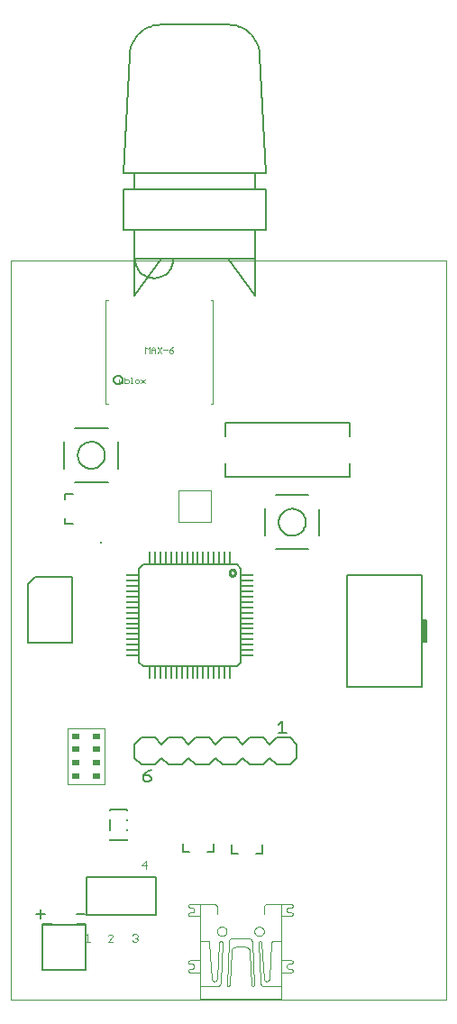
<source format=gto>
G75*
G70*
%OFA0B0*%
%FSLAX24Y24*%
%IPPOS*%
%LPD*%
%AMOC8*
5,1,8,0,0,1.08239X$1,22.5*
%
%ADD10C,0.0000*%
%ADD11C,0.0050*%
%ADD12R,0.0315X0.0197*%
%ADD13C,0.0020*%
%ADD14C,0.0039*%
%ADD15C,0.0020*%
%ADD16C,0.0080*%
%ADD17C,0.0100*%
%ADD18R,0.0079X0.0472*%
%ADD19R,0.0472X0.0079*%
%ADD20C,0.0040*%
%ADD21C,0.0060*%
%ADD22C,0.0005*%
%ADD23R,0.0098X0.0098*%
%ADD24C,0.0070*%
D10*
X000702Y002192D02*
X000702Y029507D01*
X016812Y029507D01*
X016792Y002192D01*
X000702Y002192D01*
X008328Y004719D02*
X008330Y004745D01*
X008336Y004771D01*
X008346Y004796D01*
X008359Y004819D01*
X008375Y004839D01*
X008395Y004857D01*
X008417Y004872D01*
X008440Y004884D01*
X008466Y004892D01*
X008492Y004896D01*
X008518Y004896D01*
X008544Y004892D01*
X008570Y004884D01*
X008594Y004872D01*
X008615Y004857D01*
X008635Y004839D01*
X008651Y004819D01*
X008664Y004796D01*
X008674Y004771D01*
X008680Y004745D01*
X008682Y004719D01*
X008680Y004693D01*
X008674Y004667D01*
X008664Y004642D01*
X008651Y004619D01*
X008635Y004599D01*
X008615Y004581D01*
X008593Y004566D01*
X008570Y004554D01*
X008544Y004546D01*
X008518Y004542D01*
X008492Y004542D01*
X008466Y004546D01*
X008440Y004554D01*
X008416Y004566D01*
X008395Y004581D01*
X008375Y004599D01*
X008359Y004619D01*
X008346Y004642D01*
X008336Y004667D01*
X008330Y004693D01*
X008328Y004719D01*
X009706Y004719D02*
X009708Y004745D01*
X009714Y004771D01*
X009724Y004796D01*
X009737Y004819D01*
X009753Y004839D01*
X009773Y004857D01*
X009795Y004872D01*
X009818Y004884D01*
X009844Y004892D01*
X009870Y004896D01*
X009896Y004896D01*
X009922Y004892D01*
X009948Y004884D01*
X009972Y004872D01*
X009993Y004857D01*
X010013Y004839D01*
X010029Y004819D01*
X010042Y004796D01*
X010052Y004771D01*
X010058Y004745D01*
X010060Y004719D01*
X010058Y004693D01*
X010052Y004667D01*
X010042Y004642D01*
X010029Y004619D01*
X010013Y004599D01*
X009993Y004581D01*
X009971Y004566D01*
X009948Y004554D01*
X009922Y004546D01*
X009896Y004542D01*
X009870Y004542D01*
X009844Y004546D01*
X009818Y004554D01*
X009794Y004566D01*
X009773Y004581D01*
X009753Y004599D01*
X009737Y004619D01*
X009724Y004642D01*
X009714Y004667D01*
X009708Y004693D01*
X009706Y004719D01*
D11*
X010583Y012052D02*
X010883Y012052D01*
X010733Y012052D02*
X010733Y012502D01*
X010583Y012352D01*
X005883Y010702D02*
X005733Y010627D01*
X005583Y010477D01*
X005808Y010477D01*
X005883Y010402D01*
X005883Y010327D01*
X005808Y010252D01*
X005658Y010252D01*
X005583Y010327D01*
X005583Y010477D01*
X002981Y015381D02*
X002981Y017822D01*
X001603Y017822D01*
X001328Y017546D01*
X001328Y015381D01*
X002981Y015381D01*
X004506Y025103D02*
X004508Y025128D01*
X004514Y025152D01*
X004523Y025175D01*
X004536Y025196D01*
X004553Y025215D01*
X004572Y025232D01*
X004593Y025245D01*
X004616Y025254D01*
X004640Y025260D01*
X004665Y025262D01*
X004690Y025260D01*
X004714Y025254D01*
X004737Y025245D01*
X004758Y025232D01*
X004777Y025215D01*
X004794Y025196D01*
X004807Y025175D01*
X004816Y025152D01*
X004822Y025128D01*
X004824Y025103D01*
X004822Y025078D01*
X004816Y025054D01*
X004807Y025031D01*
X004794Y025010D01*
X004777Y024991D01*
X004758Y024974D01*
X004737Y024961D01*
X004714Y024952D01*
X004690Y024946D01*
X004665Y024944D01*
X004640Y024946D01*
X004616Y024952D01*
X004593Y024961D01*
X004572Y024974D01*
X004553Y024991D01*
X004536Y025010D01*
X004523Y025031D01*
X004514Y025054D01*
X004508Y025078D01*
X004506Y025103D01*
X005275Y028213D02*
X006259Y029579D01*
X008739Y029579D01*
X009724Y028213D01*
X009724Y029579D01*
X009724Y030650D01*
X005275Y030650D01*
X005275Y029579D01*
X005275Y028213D01*
X005275Y029579D02*
X006259Y029579D01*
X006712Y029579D02*
X006710Y029527D01*
X006704Y029476D01*
X006695Y029425D01*
X006682Y029375D01*
X006665Y029326D01*
X006645Y029278D01*
X006621Y029232D01*
X006594Y029188D01*
X006564Y029146D01*
X006531Y029106D01*
X006495Y029069D01*
X006457Y029034D01*
X006416Y029002D01*
X006372Y028974D01*
X006327Y028948D01*
X006280Y028926D01*
X006232Y028908D01*
X006182Y028893D01*
X006132Y028882D01*
X006081Y028874D01*
X006029Y028870D01*
X005977Y028870D01*
X005925Y028874D01*
X005874Y028882D01*
X005824Y028893D01*
X005774Y028908D01*
X005726Y028926D01*
X005679Y028948D01*
X005634Y028974D01*
X005590Y029002D01*
X005549Y029034D01*
X005511Y029069D01*
X005475Y029106D01*
X005442Y029146D01*
X005412Y029188D01*
X005385Y029232D01*
X005361Y029278D01*
X005341Y029326D01*
X005324Y029375D01*
X005311Y029425D01*
X005302Y029476D01*
X005296Y029527D01*
X005294Y029579D01*
X004881Y030650D02*
X004881Y032162D01*
X005275Y032162D01*
X005275Y032752D01*
X005275Y032162D02*
X009724Y032162D01*
X009724Y032752D01*
X010117Y032752D02*
X009901Y037095D01*
X009899Y037162D01*
X009893Y037228D01*
X009884Y037294D01*
X009870Y037359D01*
X009853Y037424D01*
X009832Y037487D01*
X009807Y037549D01*
X009779Y037609D01*
X009747Y037668D01*
X009712Y037725D01*
X009674Y037779D01*
X009633Y037832D01*
X009589Y037881D01*
X009541Y037929D01*
X009492Y037973D01*
X009439Y038014D01*
X009385Y038052D01*
X009328Y038087D01*
X009269Y038119D01*
X009209Y038147D01*
X009147Y038172D01*
X009084Y038193D01*
X009019Y038210D01*
X008954Y038224D01*
X008888Y038233D01*
X008822Y038239D01*
X008755Y038241D01*
X006243Y038241D01*
X006176Y038239D01*
X006110Y038233D01*
X006044Y038224D01*
X005979Y038210D01*
X005914Y038193D01*
X005851Y038172D01*
X005789Y038147D01*
X005729Y038119D01*
X005670Y038087D01*
X005613Y038052D01*
X005559Y038014D01*
X005506Y037973D01*
X005457Y037929D01*
X005409Y037881D01*
X005365Y037832D01*
X005324Y037779D01*
X005286Y037725D01*
X005251Y037668D01*
X005219Y037609D01*
X005191Y037549D01*
X005166Y037487D01*
X005145Y037424D01*
X005128Y037359D01*
X005114Y037294D01*
X005105Y037228D01*
X005099Y037162D01*
X005097Y037095D01*
X005098Y037095D02*
X004881Y032752D01*
X010117Y032752D01*
X010117Y032162D02*
X009724Y032162D01*
X010117Y032162D02*
X010117Y030650D01*
X004881Y030650D01*
X008739Y029579D02*
X009724Y029579D01*
X015905Y016230D02*
X015905Y015430D01*
X016055Y015430D01*
X016055Y016230D01*
X015905Y016230D01*
X015905Y016208D02*
X016055Y016208D01*
X016055Y016160D02*
X015905Y016160D01*
X015905Y016111D02*
X016055Y016111D01*
X016055Y016063D02*
X015905Y016063D01*
X015905Y016014D02*
X016055Y016014D01*
X016055Y015966D02*
X015905Y015966D01*
X015905Y015917D02*
X016055Y015917D01*
X016055Y015869D02*
X015905Y015869D01*
X015905Y015820D02*
X016055Y015820D01*
X016055Y015772D02*
X015905Y015772D01*
X015905Y015723D02*
X016055Y015723D01*
X016055Y015675D02*
X015905Y015675D01*
X015905Y015626D02*
X016055Y015626D01*
X016055Y015578D02*
X015905Y015578D01*
X015905Y015529D02*
X016055Y015529D01*
X016055Y015481D02*
X015905Y015481D01*
X015905Y015432D02*
X016055Y015432D01*
X003454Y004973D02*
X003454Y003300D01*
X001879Y003300D01*
X001879Y004973D01*
X003454Y004973D01*
D12*
X003091Y010460D03*
X003091Y010952D03*
X003091Y011444D03*
X003091Y011936D03*
X003879Y011936D03*
X003879Y011444D03*
X003879Y010952D03*
X003879Y010460D03*
D13*
X004174Y010164D02*
X002796Y010164D01*
X002796Y012192D01*
X002796Y012212D02*
X004174Y012212D01*
X004174Y010164D01*
D14*
X004291Y024237D02*
X004192Y024237D01*
X004192Y028056D01*
X004291Y028056D01*
X008109Y028056D02*
X008169Y028056D01*
X008169Y024237D01*
X008109Y024237D01*
D15*
X006673Y026097D02*
X006709Y026134D01*
X006709Y026171D01*
X006673Y026207D01*
X006562Y026207D01*
X006562Y026134D01*
X006599Y026097D01*
X006673Y026097D01*
X006562Y026207D02*
X006636Y026281D01*
X006709Y026317D01*
X006488Y026207D02*
X006341Y026207D01*
X006267Y026097D02*
X006120Y026317D01*
X006046Y026244D02*
X006046Y026097D01*
X006120Y026097D02*
X006267Y026317D01*
X006046Y026244D02*
X005973Y026317D01*
X005899Y026244D01*
X005899Y026097D01*
X005825Y026097D02*
X005825Y026317D01*
X005752Y026244D01*
X005679Y026317D01*
X005679Y026097D01*
X005899Y026207D02*
X006046Y026207D01*
X005651Y025122D02*
X005505Y024975D01*
X005430Y025012D02*
X005430Y025085D01*
X005394Y025122D01*
X005320Y025122D01*
X005284Y025085D01*
X005284Y025012D01*
X005320Y024975D01*
X005394Y024975D01*
X005430Y025012D01*
X005505Y025122D02*
X005651Y024975D01*
X005210Y024975D02*
X005136Y024975D01*
X005173Y024975D02*
X005173Y025195D01*
X005136Y025195D01*
X005062Y025085D02*
X005025Y025122D01*
X004915Y025122D01*
X004915Y025195D02*
X004915Y024975D01*
X005025Y024975D01*
X005062Y025012D01*
X005062Y025085D01*
X004841Y025122D02*
X004841Y024975D01*
X004731Y024975D01*
X004694Y025012D01*
X004694Y025122D01*
D16*
X004286Y023320D02*
X003073Y023320D01*
X002680Y022820D02*
X002680Y021832D01*
X003073Y021320D02*
X004286Y021320D01*
X004680Y021832D02*
X004680Y022808D01*
X003180Y022320D02*
X003182Y022364D01*
X003188Y022408D01*
X003198Y022451D01*
X003211Y022493D01*
X003228Y022534D01*
X003249Y022573D01*
X003273Y022610D01*
X003300Y022645D01*
X003330Y022677D01*
X003363Y022707D01*
X003399Y022733D01*
X003436Y022757D01*
X003476Y022776D01*
X003517Y022793D01*
X003560Y022805D01*
X003603Y022814D01*
X003647Y022819D01*
X003691Y022820D01*
X003735Y022817D01*
X003779Y022810D01*
X003822Y022799D01*
X003864Y022785D01*
X003904Y022767D01*
X003943Y022745D01*
X003979Y022721D01*
X004013Y022693D01*
X004045Y022662D01*
X004074Y022628D01*
X004100Y022592D01*
X004122Y022554D01*
X004141Y022514D01*
X004156Y022472D01*
X004168Y022430D01*
X004176Y022386D01*
X004180Y022342D01*
X004180Y022298D01*
X004176Y022254D01*
X004168Y022210D01*
X004156Y022168D01*
X004141Y022126D01*
X004122Y022086D01*
X004100Y022048D01*
X004074Y022012D01*
X004045Y021978D01*
X004013Y021947D01*
X003979Y021919D01*
X003943Y021895D01*
X003904Y021873D01*
X003864Y021855D01*
X003822Y021841D01*
X003779Y021830D01*
X003735Y021823D01*
X003691Y021820D01*
X003647Y021821D01*
X003603Y021826D01*
X003560Y021835D01*
X003517Y021847D01*
X003476Y021864D01*
X003436Y021883D01*
X003399Y021907D01*
X003363Y021933D01*
X003330Y021963D01*
X003300Y021995D01*
X003273Y022030D01*
X003249Y022067D01*
X003228Y022106D01*
X003211Y022147D01*
X003198Y022189D01*
X003188Y022232D01*
X003182Y022276D01*
X003180Y022320D01*
X005587Y018290D02*
X005430Y018133D01*
X005430Y014668D01*
X005587Y014511D01*
X009052Y014511D01*
X009209Y014668D01*
X009209Y018133D01*
X009052Y018290D01*
X005587Y018290D01*
X008626Y021507D02*
X008626Y022007D01*
X008626Y021507D02*
X013226Y021507D01*
X013226Y022007D01*
X013226Y023007D02*
X013226Y023507D01*
X008626Y023507D01*
X008626Y023007D01*
X010107Y020341D02*
X010107Y019353D01*
X010501Y018841D02*
X011713Y018841D01*
X012107Y019353D02*
X012107Y020330D01*
X011713Y020841D02*
X010501Y020841D01*
X010607Y019841D02*
X010609Y019885D01*
X010615Y019929D01*
X010625Y019972D01*
X010638Y020014D01*
X010655Y020055D01*
X010676Y020094D01*
X010700Y020131D01*
X010727Y020166D01*
X010757Y020198D01*
X010790Y020228D01*
X010826Y020254D01*
X010863Y020278D01*
X010903Y020297D01*
X010944Y020314D01*
X010987Y020326D01*
X011030Y020335D01*
X011074Y020340D01*
X011118Y020341D01*
X011162Y020338D01*
X011206Y020331D01*
X011249Y020320D01*
X011291Y020306D01*
X011331Y020288D01*
X011370Y020266D01*
X011406Y020242D01*
X011440Y020214D01*
X011472Y020183D01*
X011501Y020149D01*
X011527Y020113D01*
X011549Y020075D01*
X011568Y020035D01*
X011583Y019993D01*
X011595Y019951D01*
X011603Y019907D01*
X011607Y019863D01*
X011607Y019819D01*
X011603Y019775D01*
X011595Y019731D01*
X011583Y019689D01*
X011568Y019647D01*
X011549Y019607D01*
X011527Y019569D01*
X011501Y019533D01*
X011472Y019499D01*
X011440Y019468D01*
X011406Y019440D01*
X011370Y019416D01*
X011331Y019394D01*
X011291Y019376D01*
X011249Y019362D01*
X011206Y019351D01*
X011162Y019344D01*
X011118Y019341D01*
X011074Y019342D01*
X011030Y019347D01*
X010987Y019356D01*
X010944Y019368D01*
X010903Y019385D01*
X010863Y019404D01*
X010826Y019428D01*
X010790Y019454D01*
X010757Y019484D01*
X010727Y019516D01*
X010700Y019551D01*
X010676Y019588D01*
X010655Y019627D01*
X010638Y019668D01*
X010625Y019710D01*
X010615Y019753D01*
X010609Y019797D01*
X010607Y019841D01*
X013127Y017904D02*
X015883Y017904D01*
X015883Y016223D01*
X016080Y016223D01*
X016080Y015436D01*
X015883Y015436D01*
X015883Y013755D01*
X013127Y013755D01*
X013127Y017904D01*
X015883Y016223D02*
X015883Y015436D01*
X006066Y006707D02*
X006066Y005307D01*
X003486Y005307D01*
X003486Y006707D01*
X006066Y006707D01*
X003466Y004987D02*
X003466Y004187D01*
X003466Y004987D02*
X003116Y004987D01*
X003016Y003287D02*
X002316Y003287D01*
X001866Y004187D02*
X001866Y004987D01*
X002216Y004987D01*
D17*
X008783Y017975D02*
X008785Y017995D01*
X008790Y018015D01*
X008800Y018033D01*
X008812Y018050D01*
X008827Y018064D01*
X008845Y018074D01*
X008864Y018082D01*
X008884Y018086D01*
X008904Y018086D01*
X008924Y018082D01*
X008943Y018074D01*
X008961Y018064D01*
X008976Y018050D01*
X008988Y018033D01*
X008998Y018015D01*
X009003Y017995D01*
X009005Y017975D01*
X009003Y017955D01*
X008998Y017935D01*
X008988Y017917D01*
X008976Y017900D01*
X008961Y017886D01*
X008943Y017876D01*
X008924Y017868D01*
X008904Y017864D01*
X008884Y017864D01*
X008864Y017868D01*
X008845Y017876D01*
X008827Y017886D01*
X008812Y017900D01*
X008800Y017917D01*
X008790Y017935D01*
X008785Y017955D01*
X008783Y017975D01*
D18*
X008796Y018527D03*
X008599Y018527D03*
X008402Y018527D03*
X008206Y018527D03*
X008009Y018527D03*
X007812Y018527D03*
X007615Y018527D03*
X007418Y018527D03*
X007221Y018527D03*
X007024Y018527D03*
X006828Y018527D03*
X006631Y018527D03*
X006434Y018527D03*
X006237Y018527D03*
X006040Y018527D03*
X005843Y018527D03*
X005843Y014275D03*
X006040Y014275D03*
X006237Y014275D03*
X006434Y014275D03*
X006631Y014275D03*
X006828Y014275D03*
X007024Y014275D03*
X007221Y014275D03*
X007418Y014275D03*
X007615Y014275D03*
X007812Y014275D03*
X008009Y014275D03*
X008206Y014275D03*
X008402Y014275D03*
X008599Y014275D03*
X008796Y014275D03*
D19*
X009446Y014924D03*
X009446Y015121D03*
X009446Y015318D03*
X009446Y015515D03*
X009446Y015712D03*
X009446Y015908D03*
X009446Y016105D03*
X009446Y016302D03*
X009446Y016499D03*
X009446Y016696D03*
X009446Y016893D03*
X009446Y017090D03*
X009446Y017286D03*
X009446Y017483D03*
X009446Y017680D03*
X009446Y017877D03*
X005194Y017877D03*
X005194Y017680D03*
X005194Y017483D03*
X005194Y017286D03*
X005194Y017090D03*
X005194Y016893D03*
X005194Y016696D03*
X005194Y016499D03*
X005194Y016302D03*
X005194Y016105D03*
X005194Y015908D03*
X005194Y015712D03*
X005194Y015515D03*
X005194Y015318D03*
X005194Y015121D03*
X005194Y014924D03*
D20*
X005686Y007307D02*
X005546Y007167D01*
X005733Y007167D01*
X005686Y007027D02*
X005686Y007307D01*
X005338Y004607D02*
X005245Y004607D01*
X005198Y004560D01*
X005292Y004467D02*
X005338Y004467D01*
X005385Y004420D01*
X005385Y004374D01*
X005338Y004327D01*
X005245Y004327D01*
X005198Y004374D01*
X005338Y004467D02*
X005385Y004514D01*
X005385Y004560D01*
X005338Y004607D01*
X004475Y004557D02*
X004428Y004603D01*
X004335Y004603D01*
X004288Y004557D01*
X004475Y004557D02*
X004475Y004510D01*
X004288Y004323D01*
X004475Y004323D01*
X003624Y004327D02*
X003437Y004327D01*
X003530Y004327D02*
X003530Y004607D01*
X003437Y004514D01*
X007265Y005343D02*
X007265Y005343D01*
X007264Y005343D02*
X007265Y005330D01*
X007270Y005317D01*
X007277Y005305D01*
X007287Y005295D01*
X007299Y005288D01*
X007312Y005284D01*
X007325Y005282D01*
X007326Y005282D02*
X007695Y005282D01*
X007480Y005498D02*
X007480Y005509D01*
X007478Y005526D01*
X007473Y005543D01*
X007465Y005558D01*
X007454Y005571D01*
X007441Y005582D01*
X007426Y005590D01*
X007409Y005595D01*
X007392Y005597D01*
X007326Y005597D01*
X007312Y005599D01*
X007300Y005603D01*
X007288Y005610D01*
X007278Y005620D01*
X007271Y005632D01*
X007267Y005644D01*
X007265Y005658D01*
X007267Y005673D01*
X007272Y005687D01*
X007279Y005699D01*
X007290Y005710D01*
X007302Y005717D01*
X007316Y005722D01*
X007331Y005724D01*
X007701Y005724D01*
X007695Y005724D02*
X008192Y005724D01*
X008192Y005723D02*
X008214Y005721D01*
X008236Y005716D01*
X008257Y005707D01*
X008276Y005696D01*
X008293Y005681D01*
X008308Y005664D01*
X008319Y005645D01*
X008328Y005624D01*
X008333Y005602D01*
X008335Y005580D01*
X008336Y005580D02*
X008336Y005371D01*
X007993Y004350D02*
X007717Y004350D01*
X007994Y004349D02*
X008006Y004348D01*
X008017Y004344D01*
X008027Y004337D01*
X008035Y004328D01*
X008041Y004317D01*
X008043Y004305D01*
X008131Y002964D01*
X008133Y002946D01*
X008138Y002928D01*
X008147Y002912D01*
X008159Y002897D01*
X008173Y002885D01*
X008189Y002876D01*
X008207Y002870D01*
X008225Y002868D01*
X008244Y002869D01*
X008262Y002874D01*
X008278Y002882D01*
X008293Y002893D01*
X008306Y002907D01*
X008315Y002923D01*
X008322Y002940D01*
X008325Y002959D01*
X008413Y004294D01*
X008415Y004308D01*
X008421Y004320D01*
X008430Y004332D01*
X008440Y004340D01*
X008453Y004346D01*
X008467Y004349D01*
X008481Y004348D01*
X008494Y004344D01*
X008506Y004337D01*
X008516Y004327D01*
X008524Y004316D01*
X008528Y004302D01*
X008529Y004288D01*
X008529Y004289D02*
X008463Y002843D01*
X008463Y002826D01*
X008461Y002804D01*
X008456Y002783D01*
X008448Y002763D01*
X008437Y002745D01*
X008423Y002728D01*
X008406Y002714D01*
X008388Y002703D01*
X008368Y002695D01*
X008347Y002690D01*
X008325Y002688D01*
X007717Y002688D01*
X007695Y003202D02*
X007326Y003202D01*
X007325Y003201D02*
X007312Y003202D01*
X007299Y003207D01*
X007287Y003214D01*
X007277Y003224D01*
X007270Y003236D01*
X007265Y003249D01*
X007264Y003262D01*
X007265Y003262D02*
X007265Y003262D01*
X007267Y003277D01*
X007272Y003291D01*
X007279Y003303D01*
X007290Y003314D01*
X007302Y003321D01*
X007316Y003326D01*
X007331Y003328D01*
X007392Y003328D01*
X007392Y003329D02*
X007409Y003331D01*
X007426Y003336D01*
X007441Y003344D01*
X007454Y003355D01*
X007465Y003368D01*
X007473Y003383D01*
X007478Y003400D01*
X007480Y003417D01*
X007480Y003428D01*
X007478Y003445D01*
X007473Y003462D01*
X007465Y003477D01*
X007454Y003490D01*
X007441Y003501D01*
X007426Y003509D01*
X007409Y003514D01*
X007392Y003516D01*
X007326Y003516D01*
X007312Y003518D01*
X007300Y003522D01*
X007288Y003529D01*
X007278Y003539D01*
X007271Y003551D01*
X007267Y003563D01*
X007265Y003577D01*
X007267Y003592D01*
X007272Y003606D01*
X007279Y003618D01*
X007290Y003629D01*
X007302Y003636D01*
X007316Y003641D01*
X007331Y003643D01*
X007673Y003643D01*
X007695Y002219D02*
X010692Y002219D01*
X010692Y003643D01*
X011062Y003643D01*
X011075Y003642D01*
X011088Y003637D01*
X011100Y003630D01*
X011110Y003620D01*
X011117Y003608D01*
X011122Y003595D01*
X011123Y003582D01*
X011123Y003582D01*
X011121Y003567D01*
X011116Y003553D01*
X011109Y003541D01*
X011098Y003530D01*
X011086Y003523D01*
X011072Y003518D01*
X011057Y003516D01*
X010996Y003516D01*
X010979Y003514D01*
X010962Y003509D01*
X010947Y003501D01*
X010934Y003490D01*
X010923Y003477D01*
X010915Y003462D01*
X010910Y003445D01*
X010908Y003428D01*
X010908Y003417D01*
X010910Y003400D01*
X010915Y003383D01*
X010923Y003368D01*
X010934Y003355D01*
X010947Y003344D01*
X010962Y003336D01*
X010979Y003331D01*
X010996Y003329D01*
X010996Y003328D02*
X011062Y003328D01*
X011062Y003329D02*
X011076Y003327D01*
X011088Y003323D01*
X011100Y003316D01*
X011110Y003306D01*
X011117Y003294D01*
X011121Y003282D01*
X011123Y003268D01*
X011121Y003253D01*
X011116Y003239D01*
X011109Y003227D01*
X011098Y003216D01*
X011086Y003209D01*
X011072Y003204D01*
X011057Y003202D01*
X011057Y003201D02*
X010714Y003201D01*
X010692Y003643D02*
X010692Y005724D01*
X011062Y005724D01*
X011075Y005723D01*
X011088Y005718D01*
X011100Y005711D01*
X011110Y005701D01*
X011117Y005689D01*
X011122Y005676D01*
X011123Y005663D01*
X011123Y005663D01*
X011121Y005648D01*
X011116Y005634D01*
X011109Y005622D01*
X011098Y005611D01*
X011086Y005604D01*
X011072Y005599D01*
X011057Y005597D01*
X010996Y005597D01*
X010979Y005595D01*
X010962Y005590D01*
X010947Y005582D01*
X010934Y005571D01*
X010923Y005558D01*
X010915Y005543D01*
X010910Y005526D01*
X010908Y005509D01*
X010908Y005497D01*
X010910Y005480D01*
X010915Y005463D01*
X010923Y005448D01*
X010934Y005435D01*
X010947Y005424D01*
X010962Y005416D01*
X010979Y005411D01*
X010996Y005409D01*
X011062Y005409D01*
X011076Y005407D01*
X011088Y005403D01*
X011100Y005396D01*
X011110Y005386D01*
X011117Y005374D01*
X011121Y005362D01*
X011123Y005348D01*
X011121Y005333D01*
X011116Y005319D01*
X011109Y005307D01*
X011098Y005296D01*
X011086Y005289D01*
X011072Y005284D01*
X011057Y005282D01*
X010714Y005282D01*
X010692Y005724D02*
X010190Y005724D01*
X010168Y005722D01*
X010147Y005717D01*
X010127Y005709D01*
X010109Y005698D01*
X010092Y005684D01*
X010078Y005667D01*
X010067Y005649D01*
X010059Y005629D01*
X010054Y005608D01*
X010052Y005586D01*
X010052Y005354D01*
X010394Y004350D02*
X010670Y004350D01*
X010394Y004349D02*
X010382Y004348D01*
X010371Y004344D01*
X010361Y004337D01*
X010353Y004328D01*
X010347Y004317D01*
X010345Y004305D01*
X010256Y002964D01*
X010257Y002964D02*
X010255Y002946D01*
X010250Y002928D01*
X010241Y002912D01*
X010229Y002897D01*
X010215Y002885D01*
X010199Y002876D01*
X010181Y002870D01*
X010163Y002868D01*
X010144Y002869D01*
X010126Y002874D01*
X010110Y002882D01*
X010095Y002893D01*
X010082Y002907D01*
X010073Y002923D01*
X010066Y002940D01*
X010063Y002959D01*
X009975Y004294D01*
X009973Y004308D01*
X009967Y004320D01*
X009958Y004332D01*
X009948Y004340D01*
X009935Y004346D01*
X009921Y004349D01*
X009907Y004348D01*
X009894Y004344D01*
X009882Y004337D01*
X009872Y004327D01*
X009864Y004316D01*
X009860Y004302D01*
X009859Y004288D01*
X009859Y004289D02*
X009925Y002843D01*
X009925Y002826D01*
X009927Y002804D01*
X009932Y002783D01*
X009940Y002763D01*
X009951Y002745D01*
X009965Y002728D01*
X009982Y002714D01*
X010000Y002703D01*
X010020Y002695D01*
X010041Y002690D01*
X010063Y002688D01*
X010670Y002688D01*
X009704Y002749D02*
X009622Y004322D01*
X009620Y004345D01*
X009615Y004366D01*
X009606Y004387D01*
X009594Y004407D01*
X009580Y004424D01*
X009563Y004438D01*
X009543Y004450D01*
X009522Y004459D01*
X009501Y004464D01*
X009478Y004466D01*
X009478Y004465D02*
X008899Y004465D01*
X008899Y004466D02*
X008878Y004464D01*
X008858Y004459D01*
X008839Y004451D01*
X008821Y004441D01*
X008805Y004427D01*
X008791Y004411D01*
X008781Y004393D01*
X008773Y004374D01*
X008768Y004354D01*
X008766Y004333D01*
X008683Y002749D01*
X008684Y002735D01*
X008689Y002722D01*
X008697Y002711D01*
X008707Y002702D01*
X008720Y002696D01*
X008733Y002693D01*
X008747Y002694D01*
X008760Y002699D01*
X008771Y002707D01*
X008780Y002717D01*
X008786Y002730D01*
X008789Y002743D01*
X008788Y002743D02*
X008854Y003969D01*
X008856Y003993D01*
X008861Y004017D01*
X008869Y004040D01*
X008881Y004061D01*
X008896Y004081D01*
X008913Y004098D01*
X008933Y004113D01*
X008954Y004125D01*
X008977Y004133D01*
X009001Y004138D01*
X009025Y004140D01*
X009373Y004140D01*
X009397Y004138D01*
X009420Y004133D01*
X009442Y004125D01*
X009463Y004114D01*
X009482Y004099D01*
X009498Y004083D01*
X009513Y004064D01*
X009524Y004043D01*
X009532Y004021D01*
X009537Y003998D01*
X009539Y003974D01*
X009539Y003947D01*
X009594Y002749D01*
X009594Y002748D02*
X009596Y002735D01*
X009602Y002722D01*
X009611Y002711D01*
X009622Y002703D01*
X009635Y002698D01*
X009649Y002696D01*
X009663Y002698D01*
X009676Y002703D01*
X009687Y002711D01*
X009696Y002722D01*
X009702Y002735D01*
X009704Y002748D01*
X007695Y002219D02*
X007695Y005724D01*
X007480Y005498D02*
X007478Y005481D01*
X007473Y005464D01*
X007465Y005449D01*
X007454Y005436D01*
X007441Y005425D01*
X007426Y005417D01*
X007409Y005412D01*
X007392Y005410D01*
X007392Y005409D02*
X007331Y005409D01*
X007316Y005407D01*
X007302Y005402D01*
X007290Y005395D01*
X007279Y005384D01*
X007272Y005372D01*
X007267Y005358D01*
X007265Y005343D01*
D21*
X007287Y007641D02*
X007067Y007641D01*
X007067Y007960D01*
X007967Y007641D02*
X008187Y007641D01*
X008187Y007960D01*
X008882Y007921D02*
X008882Y007601D01*
X009102Y007601D01*
X009782Y007601D02*
X010002Y007601D01*
X010002Y007921D01*
X010019Y010877D02*
X009519Y010877D01*
X009269Y011127D01*
X009019Y010877D01*
X008519Y010877D01*
X008269Y011127D01*
X008019Y010877D01*
X007519Y010877D01*
X007269Y011127D01*
X007019Y010877D01*
X006519Y010877D01*
X006269Y011127D01*
X006019Y010877D01*
X005519Y010877D01*
X005269Y011127D01*
X005269Y011627D01*
X005519Y011877D01*
X006019Y011877D01*
X006269Y011627D01*
X006519Y011877D01*
X007019Y011877D01*
X007269Y011627D01*
X007519Y011877D01*
X008019Y011877D01*
X008269Y011627D01*
X008519Y011877D01*
X009019Y011877D01*
X009269Y011627D01*
X009519Y011877D01*
X010019Y011877D01*
X010269Y011627D01*
X010519Y011877D01*
X011019Y011877D01*
X011269Y011627D01*
X011269Y011127D01*
X011019Y010877D01*
X010519Y010877D01*
X010269Y011127D01*
X010019Y010877D01*
X004997Y009216D02*
X004997Y009179D01*
X004997Y009216D02*
X004359Y009216D01*
X004359Y009179D01*
X004359Y008862D02*
X004359Y008451D01*
X004359Y008134D02*
X004359Y008097D01*
X004997Y008097D01*
X004997Y008134D01*
X004997Y008451D02*
X004997Y008488D01*
X004997Y008825D02*
X004997Y008862D01*
X003006Y019782D02*
X002686Y019782D01*
X002686Y020001D01*
X002686Y020682D02*
X002686Y020901D01*
X003006Y020901D01*
D22*
X006902Y021030D02*
X006902Y019849D01*
X008083Y019849D01*
X008083Y021030D01*
X006902Y021030D01*
D23*
X004019Y019101D03*
D24*
X001808Y005527D02*
X001808Y005200D01*
X001645Y005363D02*
X001972Y005363D01*
X003120Y005363D02*
X003447Y005363D01*
M02*

</source>
